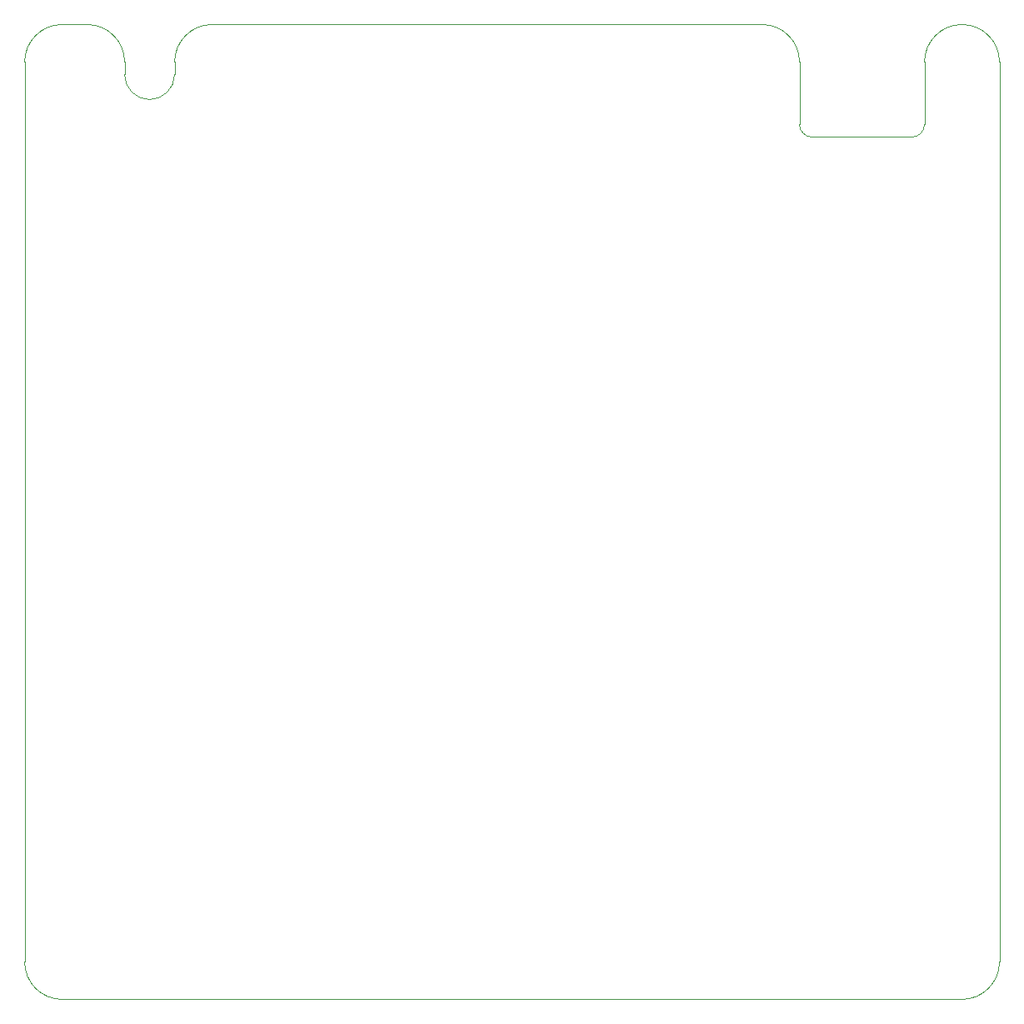
<source format=gbr>
%TF.GenerationSoftware,KiCad,Pcbnew,8.0.4-8.0.4-0~ubuntu22.04.1*%
%TF.CreationDate,2024-08-07T21:26:23+03:00*%
%TF.ProjectId,PM-DI16-DC24sink,504d2d44-4931-4362-9d44-43323473696e,rev?*%
%TF.SameCoordinates,Original*%
%TF.FileFunction,Profile,NP*%
%FSLAX46Y46*%
G04 Gerber Fmt 4.6, Leading zero omitted, Abs format (unit mm)*
G04 Created by KiCad (PCBNEW 8.0.4-8.0.4-0~ubuntu22.04.1) date 2024-08-07 21:26:23*
%MOMM*%
%LPD*%
G01*
G04 APERTURE LIST*
%TA.AperFunction,Profile*%
%ADD10C,0.050000*%
%TD*%
G04 APERTURE END LIST*
D10*
X105410000Y-62230000D02*
G75*
G02*
X104140000Y-60960000I-1J1269999D01*
G01*
X105410000Y-62230000D02*
X115570000Y-62230000D01*
X100330000Y-50800000D02*
G75*
G02*
X104140000Y-54610000I1J-3809999D01*
G01*
X116840000Y-54610000D02*
G75*
G02*
X120650000Y-50800000I3809999J1D01*
G01*
X116840000Y-60960000D02*
G75*
G02*
X115570000Y-62230000I-1269999J-1D01*
G01*
X104140000Y-54610000D02*
X104140000Y-60960000D01*
X116840000Y-54610000D02*
X116840000Y-60960000D01*
X31750000Y-50800000D02*
G75*
G02*
X35560000Y-54610000I0J-3810000D01*
G01*
X44450000Y-50800000D02*
X100330000Y-50800000D01*
X29210000Y-149860000D02*
G75*
G02*
X25400000Y-146050000I0J3810000D01*
G01*
X120650000Y-50800000D02*
G75*
G02*
X124460000Y-54610000I0J-3810000D01*
G01*
X40640000Y-54610000D02*
X40640000Y-55880000D01*
X35560000Y-55880000D02*
X35560000Y-54610000D01*
X124460000Y-146050000D02*
G75*
G02*
X120650000Y-149860000I-3810000J0D01*
G01*
X29210000Y-50800000D02*
X31750000Y-50800000D01*
X120650000Y-149860000D02*
X29210000Y-149860000D01*
X25400000Y-146050000D02*
X25400000Y-54610000D01*
X25400000Y-54610000D02*
G75*
G02*
X29210000Y-50800000I3810000J0D01*
G01*
X124460000Y-54610000D02*
X124460000Y-146050000D01*
X38100000Y-58420000D02*
G75*
G02*
X35560000Y-55880000I0J2540000D01*
G01*
X40640000Y-55880000D02*
G75*
G02*
X38100000Y-58420000I-2540000J0D01*
G01*
X40640000Y-54610000D02*
G75*
G02*
X44450000Y-50800000I3810000J0D01*
G01*
M02*

</source>
